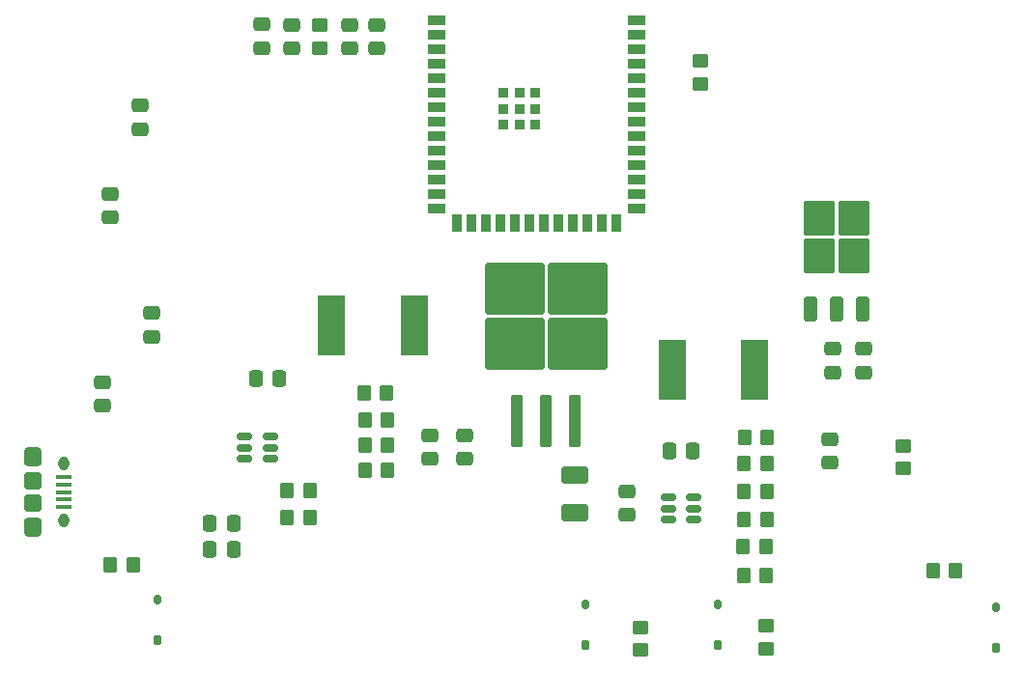
<source format=gtp>
G04 #@! TF.GenerationSoftware,KiCad,Pcbnew,8.0.8*
G04 #@! TF.CreationDate,2025-03-31T15:28:11-05:00*
G04 #@! TF.ProjectId,Group_29_Handheld,47726f75-705f-4323-995f-48616e646865,rev?*
G04 #@! TF.SameCoordinates,Original*
G04 #@! TF.FileFunction,Paste,Top*
G04 #@! TF.FilePolarity,Positive*
%FSLAX46Y46*%
G04 Gerber Fmt 4.6, Leading zero omitted, Abs format (unit mm)*
G04 Created by KiCad (PCBNEW 8.0.8) date 2025-03-31 15:28:11*
%MOMM*%
%LPD*%
G01*
G04 APERTURE LIST*
G04 Aperture macros list*
%AMRoundRect*
0 Rectangle with rounded corners*
0 $1 Rounding radius*
0 $2 $3 $4 $5 $6 $7 $8 $9 X,Y pos of 4 corners*
0 Add a 4 corners polygon primitive as box body*
4,1,4,$2,$3,$4,$5,$6,$7,$8,$9,$2,$3,0*
0 Add four circle primitives for the rounded corners*
1,1,$1+$1,$2,$3*
1,1,$1+$1,$4,$5*
1,1,$1+$1,$6,$7*
1,1,$1+$1,$8,$9*
0 Add four rect primitives between the rounded corners*
20,1,$1+$1,$2,$3,$4,$5,0*
20,1,$1+$1,$4,$5,$6,$7,0*
20,1,$1+$1,$6,$7,$8,$9,0*
20,1,$1+$1,$8,$9,$2,$3,0*%
G04 Aperture macros list end*
%ADD10RoundRect,0.250000X-0.450000X0.350000X-0.450000X-0.350000X0.450000X-0.350000X0.450000X0.350000X0*%
%ADD11RoundRect,0.250000X-0.350000X-0.450000X0.350000X-0.450000X0.350000X0.450000X-0.350000X0.450000X0*%
%ADD12RoundRect,0.250000X0.350000X0.450000X-0.350000X0.450000X-0.350000X-0.450000X0.350000X-0.450000X0*%
%ADD13RoundRect,0.250000X0.300000X-2.050000X0.300000X2.050000X-0.300000X2.050000X-0.300000X-2.050000X0*%
%ADD14RoundRect,0.250000X2.375000X-2.025000X2.375000X2.025000X-2.375000X2.025000X-2.375000X-2.025000X0*%
%ADD15RoundRect,0.250000X0.475000X-0.337500X0.475000X0.337500X-0.475000X0.337500X-0.475000X-0.337500X0*%
%ADD16RoundRect,0.250000X0.337500X0.475000X-0.337500X0.475000X-0.337500X-0.475000X0.337500X-0.475000X0*%
%ADD17R,2.413000X5.334000*%
%ADD18RoundRect,0.150000X-0.512500X-0.150000X0.512500X-0.150000X0.512500X0.150000X-0.512500X0.150000X0*%
%ADD19RoundRect,0.250000X-0.475000X0.337500X-0.475000X-0.337500X0.475000X-0.337500X0.475000X0.337500X0*%
%ADD20RoundRect,0.175000X0.175000X-0.250000X0.175000X0.250000X-0.175000X0.250000X-0.175000X-0.250000X0*%
%ADD21RoundRect,0.150000X0.150000X-0.275000X0.150000X0.275000X-0.150000X0.275000X-0.150000X-0.275000X0*%
%ADD22RoundRect,0.250001X-0.924999X0.499999X-0.924999X-0.499999X0.924999X-0.499999X0.924999X0.499999X0*%
%ADD23RoundRect,0.250000X0.350000X-0.850000X0.350000X0.850000X-0.350000X0.850000X-0.350000X-0.850000X0*%
%ADD24RoundRect,0.250000X1.125000X-1.275000X1.125000X1.275000X-1.125000X1.275000X-1.125000X-1.275000X0*%
%ADD25O,1.550000X0.890000*%
%ADD26O,0.950000X1.250000*%
%ADD27RoundRect,0.100000X-0.575000X0.100000X-0.575000X-0.100000X0.575000X-0.100000X0.575000X0.100000X0*%
%ADD28RoundRect,0.250000X-0.525000X0.475000X-0.525000X-0.475000X0.525000X-0.475000X0.525000X0.475000X0*%
%ADD29RoundRect,0.250000X-0.525000X0.500000X-0.525000X-0.500000X0.525000X-0.500000X0.525000X0.500000X0*%
%ADD30RoundRect,0.250000X-0.337500X-0.475000X0.337500X-0.475000X0.337500X0.475000X-0.337500X0.475000X0*%
%ADD31RoundRect,0.250000X0.450000X-0.350000X0.450000X0.350000X-0.450000X0.350000X-0.450000X-0.350000X0*%
%ADD32R,0.900000X0.900000*%
%ADD33R,1.500000X0.900000*%
%ADD34R,0.900000X1.500000*%
G04 APERTURE END LIST*
D10*
X122491500Y-31262500D03*
X122491500Y-33262500D03*
X155900000Y-34400000D03*
X155900000Y-36400000D03*
D11*
X126460500Y-65913000D03*
X128460500Y-65913000D03*
D12*
X121634000Y-72072500D03*
X119634000Y-72072500D03*
D13*
X139827000Y-65973000D03*
X142367000Y-65973000D03*
X144907000Y-65973000D03*
D14*
X139592000Y-59248000D03*
X145142000Y-59248000D03*
X139592000Y-54398000D03*
X145142000Y-54398000D03*
D15*
X125158500Y-33337500D03*
X125158500Y-31262500D03*
D12*
X128397000Y-63563500D03*
X126397000Y-63563500D03*
D16*
X114978000Y-77279500D03*
X112903000Y-77279500D03*
D17*
X130810000Y-57594500D03*
X123571000Y-57594500D03*
D18*
X153046000Y-72710000D03*
X153046000Y-73660000D03*
X153046000Y-74610000D03*
X155321000Y-74610000D03*
X155321000Y-73660000D03*
X155321000Y-72710000D03*
D15*
X120078500Y-33337500D03*
X120078500Y-31262500D03*
X106807000Y-40407500D03*
X106807000Y-38332500D03*
D11*
X176244500Y-79121000D03*
X178244500Y-79121000D03*
D10*
X150622000Y-84074000D03*
X150622000Y-86074000D03*
D11*
X159702500Y-74612500D03*
X161702500Y-74612500D03*
D19*
X104118500Y-46079500D03*
X104118500Y-48154500D03*
D16*
X114978000Y-74930000D03*
X112903000Y-74930000D03*
D11*
X159702500Y-72199500D03*
X161702500Y-72199500D03*
D16*
X155215500Y-68643500D03*
X153140500Y-68643500D03*
D11*
X159655000Y-79502000D03*
X161655000Y-79502000D03*
X126460500Y-70294500D03*
X128460500Y-70294500D03*
D18*
X115956500Y-67376000D03*
X115956500Y-68326000D03*
X115956500Y-69276000D03*
X118231500Y-69276000D03*
X118231500Y-68326000D03*
X118231500Y-67376000D03*
D19*
X167259000Y-67584500D03*
X167259000Y-69659500D03*
X149479000Y-72156500D03*
X149479000Y-74231500D03*
D20*
X145806000Y-85622000D03*
D21*
X145806000Y-82072000D03*
D17*
X160655000Y-61531500D03*
X153416000Y-61531500D03*
D10*
X161671000Y-83963000D03*
X161671000Y-85963000D03*
D22*
X144843500Y-70765000D03*
X144843500Y-74015000D03*
D19*
X103505000Y-62589500D03*
X103505000Y-64664500D03*
D23*
X165550500Y-56147500D03*
X167830500Y-56147500D03*
D24*
X166305500Y-51522500D03*
X169355500Y-51522500D03*
X166305500Y-48172500D03*
X169355500Y-48172500D03*
D23*
X170110500Y-56147500D03*
D11*
X119634000Y-74485500D03*
X121634000Y-74485500D03*
D20*
X181800500Y-85909500D03*
D21*
X181800500Y-82359500D03*
D15*
X117475000Y-33274000D03*
X117475000Y-31199000D03*
D11*
X104172000Y-78613000D03*
X106172000Y-78613000D03*
D19*
X135191500Y-67246500D03*
X135191500Y-69321500D03*
D25*
X97409000Y-68715500D03*
D26*
X100109000Y-69715500D03*
X100109000Y-74715500D03*
D25*
X97409000Y-75715500D03*
D27*
X100109000Y-70915500D03*
X100109000Y-71565500D03*
X100109000Y-72215500D03*
X100109000Y-72865500D03*
X100109000Y-73515500D03*
D28*
X97409000Y-69190500D03*
D29*
X97409000Y-71215500D03*
X97409000Y-73215500D03*
D28*
X97409000Y-75240500D03*
D11*
X126460500Y-68072000D03*
X128460500Y-68072000D03*
D12*
X161639000Y-77025500D03*
X159639000Y-77025500D03*
D15*
X107759500Y-58610500D03*
X107759500Y-56535500D03*
D19*
X167449500Y-59668500D03*
X167449500Y-61743500D03*
X170180000Y-59668500D03*
X170180000Y-61743500D03*
D12*
X161734500Y-67437000D03*
X159734500Y-67437000D03*
D30*
X116924000Y-62293500D03*
X118999000Y-62293500D03*
D15*
X127508000Y-33337500D03*
X127508000Y-31262500D03*
D20*
X108331000Y-85211000D03*
D21*
X108331000Y-81661000D03*
D31*
X173672500Y-70151500D03*
X173672500Y-68151500D03*
D32*
X138614500Y-37205000D03*
X138614500Y-38605000D03*
X138614500Y-40005000D03*
X140014500Y-37205000D03*
X140014500Y-38605000D03*
X140014500Y-40005000D03*
X141414500Y-37205000D03*
X141414500Y-38605000D03*
X141414500Y-40005000D03*
D33*
X132764500Y-30885000D03*
X132764500Y-32155000D03*
X132764500Y-33425000D03*
X132764500Y-34695000D03*
X132764500Y-35965000D03*
X132764500Y-37235000D03*
X132764500Y-38505000D03*
X132764500Y-39775000D03*
X132764500Y-41045000D03*
X132764500Y-42315000D03*
X132764500Y-43585000D03*
X132764500Y-44855000D03*
X132764500Y-46125000D03*
X132764500Y-47395000D03*
D34*
X134529500Y-48645000D03*
X135799500Y-48645000D03*
X137069500Y-48645000D03*
X138339500Y-48645000D03*
X139609500Y-48645000D03*
X140879500Y-48645000D03*
X142149500Y-48645000D03*
X143419500Y-48645000D03*
X144689500Y-48645000D03*
X145959500Y-48645000D03*
X147229500Y-48645000D03*
X148499500Y-48645000D03*
D33*
X150264500Y-47395000D03*
X150264500Y-46125000D03*
X150264500Y-44855000D03*
X150264500Y-43585000D03*
X150264500Y-42315000D03*
X150264500Y-41045000D03*
X150264500Y-39775000D03*
X150264500Y-38505000D03*
X150264500Y-37235000D03*
X150264500Y-35965000D03*
X150264500Y-34695000D03*
X150264500Y-33425000D03*
X150264500Y-32155000D03*
X150264500Y-30885000D03*
D11*
X159702500Y-69723000D03*
X161702500Y-69723000D03*
D20*
X157416500Y-85655500D03*
D21*
X157416500Y-82105500D03*
D19*
X132143500Y-67246500D03*
X132143500Y-69321500D03*
M02*

</source>
